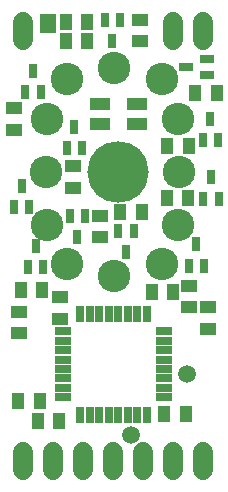
<source format=gts>
G75*
%MOIN*%
%OFA0B0*%
%FSLAX25Y25*%
%IPPOS*%
%LPD*%
%AMOC8*
5,1,8,0,0,1.08239X$1,22.5*
%
%ADD10R,0.05800X0.03000*%
%ADD11R,0.03000X0.05800*%
%ADD12C,0.06800*%
%ADD13R,0.02769X0.04737*%
%ADD14R,0.05524X0.03950*%
%ADD15R,0.03950X0.05524*%
%ADD16R,0.04737X0.02769*%
%ADD17R,0.06706X0.04343*%
%ADD18C,0.10800*%
%ADD19C,0.20485*%
%ADD20R,0.05800X0.03300*%
%ADD21C,0.05918*%
D10*
X0024270Y0030360D03*
X0024270Y0033509D03*
X0024270Y0036659D03*
X0024270Y0039809D03*
X0024270Y0042958D03*
X0024270Y0046108D03*
X0024270Y0049257D03*
X0024270Y0052407D03*
X0058070Y0052407D03*
X0058070Y0049257D03*
X0058070Y0046108D03*
X0058070Y0042958D03*
X0058070Y0039809D03*
X0058070Y0036659D03*
X0058070Y0033509D03*
X0058070Y0030360D03*
D11*
X0052194Y0024483D03*
X0049044Y0024483D03*
X0045894Y0024483D03*
X0042745Y0024483D03*
X0039595Y0024483D03*
X0036446Y0024483D03*
X0033296Y0024483D03*
X0030146Y0024483D03*
X0030146Y0058283D03*
X0033296Y0058283D03*
X0036446Y0058283D03*
X0039595Y0058283D03*
X0042745Y0058283D03*
X0045894Y0058283D03*
X0049044Y0058283D03*
X0052194Y0058283D03*
D12*
X0011170Y0012100D02*
X0011170Y0006100D01*
X0021170Y0006100D02*
X0021170Y0012100D01*
X0031170Y0012100D02*
X0031170Y0006100D01*
X0041170Y0006100D02*
X0041170Y0012100D01*
X0051170Y0012100D02*
X0051170Y0006100D01*
X0061170Y0006100D02*
X0061170Y0012100D01*
X0071170Y0012100D02*
X0071170Y0006100D01*
X0071170Y0149407D02*
X0071170Y0155407D01*
X0061170Y0155407D02*
X0061170Y0149407D01*
X0011170Y0149407D02*
X0011170Y0155407D01*
D13*
X0014300Y0139057D03*
X0011741Y0131970D03*
X0016859Y0131970D03*
X0025556Y0113470D03*
X0028115Y0120557D03*
X0030674Y0113470D03*
X0031643Y0090754D03*
X0029083Y0083667D03*
X0026524Y0090754D03*
X0017833Y0073653D03*
X0015274Y0080739D03*
X0012715Y0073653D03*
X0013086Y0093813D03*
X0010527Y0100899D03*
X0007968Y0093813D03*
X0038241Y0156057D03*
X0040800Y0148970D03*
X0043359Y0156057D03*
X0070914Y0116072D03*
X0073473Y0123159D03*
X0076032Y0116072D03*
X0073666Y0103639D03*
X0071107Y0096553D03*
X0076225Y0096553D03*
X0068824Y0081360D03*
X0071383Y0074273D03*
X0066265Y0074273D03*
X0047859Y0085757D03*
X0045300Y0078670D03*
X0042741Y0085757D03*
D14*
X0036517Y0083862D03*
X0036517Y0090949D03*
X0027558Y0100274D03*
X0027558Y0107361D03*
X0007922Y0119557D03*
X0007922Y0126643D03*
X0023500Y0063657D03*
X0023500Y0056570D03*
X0009774Y0058919D03*
X0009774Y0051832D03*
X0049918Y0149057D03*
X0049918Y0156143D03*
X0066292Y0067433D03*
X0066292Y0060346D03*
X0072800Y0060357D03*
X0072800Y0053270D03*
D15*
X0061043Y0065513D03*
X0053957Y0065513D03*
X0050543Y0092013D03*
X0043457Y0092013D03*
X0059060Y0096647D03*
X0066146Y0096647D03*
X0066206Y0114147D03*
X0059119Y0114147D03*
X0068501Y0131872D03*
X0075587Y0131872D03*
X0032343Y0149013D03*
X0032343Y0155513D03*
X0025257Y0155513D03*
X0025257Y0149013D03*
X0017440Y0066187D03*
X0010354Y0066187D03*
X0009457Y0029113D03*
X0015857Y0022513D03*
X0016543Y0029113D03*
X0022943Y0022513D03*
X0058157Y0024713D03*
X0065243Y0024713D03*
D16*
X0072343Y0137899D03*
X0072343Y0143017D03*
X0065257Y0140458D03*
D17*
X0048847Y0128285D03*
X0048847Y0121592D03*
X0036643Y0121592D03*
X0036643Y0128285D03*
D18*
X0041495Y0140271D03*
X0057243Y0136334D03*
X0062617Y0123273D03*
X0063117Y0105557D03*
X0062617Y0087840D03*
X0057243Y0074779D03*
X0041495Y0070842D03*
X0025747Y0074779D03*
X0019123Y0087840D03*
X0018623Y0105557D03*
X0019123Y0123273D03*
X0025747Y0136334D03*
D19*
X0042745Y0105557D03*
D20*
X0019300Y0153413D03*
X0019300Y0156613D03*
D21*
X0065800Y0038013D03*
X0047000Y0017813D03*
M02*

</source>
